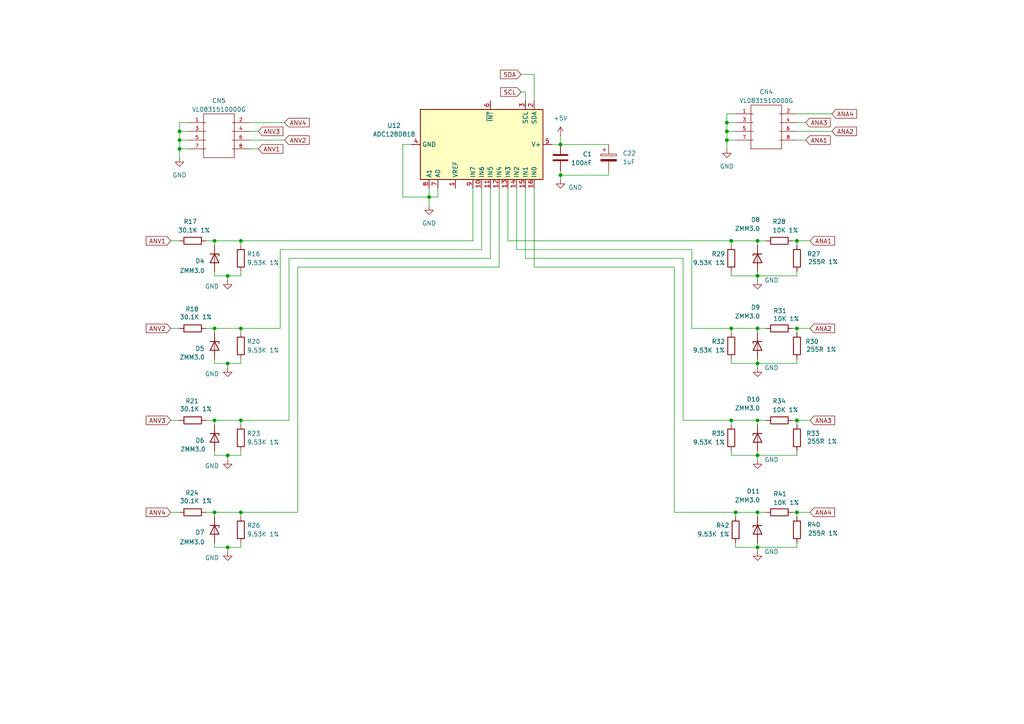
<source format=kicad_sch>
(kicad_sch (version 20231120) (generator "eeschema") (generator_version "8.0")
  (paper "A4")
  (lib_symbols
    (symbol "Analog_ADC:ADC128D818"
      (property "Reference" "U" (at -10.16 19.05 0))
      (property "Value" "ADC128D818" (at 1.27 19.05 0))
      (symbol "ADC128D818_0_1"
        (rectangle (start -10.16 17.78) (end 10.16 -17.78) (stroke (width 0.254)) (fill (type background)))
      )
      (symbol "ADC128D818_1_1"
        (pin input line (at -12.7 -7.62 0) (length 2.54) (name "VREF") (number "1"))
        (pin input line (at -12.7 0 0) (length 2.54) (name "IN6") (number "10"))
        (pin input line (at -12.7 2.54 0) (length 2.54) (name "IN5") (number "11"))
        (pin input line (at -12.7 5.08 0) (length 2.54) (name "IN4") (number "12"))
        (pin input line (at -12.7 7.62 0) (length 2.54) (name "IN3") (number "13"))
        (pin input line (at -12.7 10.16 0) (length 2.54) (name "IN2") (number "14"))
        (pin input line (at -12.7 12.7 0) (length 2.54) (name "IN1") (number "15"))
        (pin input line (at -12.7 15.24 0) (length 2.54) (name "IN0") (number "16"))
        (pin bidirectional line (at 12.7 15.24 180) (length 2.54) (name "SDA") (number "2"))
        (pin input line (at 12.7 12.7 180) (length 2.54) (name "SCL") (number "3"))
        (pin power_in line (at 0 -20.32 90) (length 2.54) (name "GND") (number "4"))
        (pin power_in line (at 0 20.32 270) (length 2.54) (name "V+") (number "5"))
        (pin output line (at 12.7 2.54 180) (length 2.54) (name "~{INT}") (number "6"))
        (pin input line (at -12.7 -12.7 0) (length 2.54) (name "A0") (number "7"))
        (pin input line (at -12.7 -15.24 0) (length 2.54) (name "A1") (number "8"))
        (pin input line (at -12.7 -2.54 0) (length 2.54) (name "IN7") (number "9"))
      )
    )
    (symbol "DMUtils:VL0831510000G"
      (property "Reference" "U" (at 0 0 0))
      (property "Value" "VL0831510000G" (at 0 -8.128 0))
      (symbol "VL0831510000G_0_1"
        (rectangle (start -4.445 6.35) (end 4.445 -6.35))
      )
      (symbol "VL0831510000G_1_0"
        (pin passive line (at -8.89 3.81 0) (length 5.08) (name "~") (number "1"))
      )
      (symbol "VL0831510000G_1_1"
        (pin passive line (at 8.89 3.81 180) (length 5.08) (name "~") (number "2"))
        (pin passive line (at -8.89 1.27 0) (length 5.08) (name "~") (number "3"))
        (pin passive line (at 8.89 1.27 180) (length 5.08) (name "~") (number "4"))
        (pin passive line (at -8.89 -1.27 0) (length 5.08) (name "~") (number "5"))
        (pin passive line (at 8.89 -1.27 180) (length 5.08) (name "~") (number "6"))
        (pin passive line (at -8.89 -3.81 0) (length 5.08) (name "~") (number "7"))
        (pin passive line (at 8.89 -3.81 180) (length 5.08) (name "~") (number "8"))
      )
    )
    (symbol "Device:C" (pin_numbers hide) (pin_names (offset 0.254))
      (property "Reference" "C" (at 0.635 2.54 0))
      (property "Value" "C" (at 0.635 -2.54 0))
      (symbol "C_0_1"
        (polyline (pts (xy -2.032 -0.762) (xy 2.032 -0.762)) (stroke (width 0.508)))
        (polyline (pts (xy -2.032 0.762) (xy 2.032 0.762)) (stroke (width 0.508)))
      )
      (symbol "C_1_1"
        (pin passive line (at 0 3.81 270) (length 2.794) (name "~") (number "1"))
        (pin passive line (at 0 -3.81 90) (length 2.794) (name "~") (number "2"))
      )
    )
    (symbol "Device:C_Polarized" (pin_numbers hide) (pin_names (offset 0.254))
      (property "Reference" "C" (at 0.635 2.54 0))
      (property "Value" "C_Polarized" (at 0.635 -2.54 0))
      (symbol "C_Polarized_0_1"
        (rectangle (start -2.286 0.508) (end 2.286 1.016))
        (polyline (pts (xy -1.778 2.286) (xy -0.762 2.286)))
        (polyline (pts (xy -1.27 2.794) (xy -1.27 1.778)))
        (rectangle (start 2.286 -0.508) (end -2.286 -1.016) (fill (type outline)))
      )
      (symbol "C_Polarized_1_1"
        (pin passive line (at 0 3.81 270) (length 2.794) (name "~") (number "1"))
        (pin passive line (at 0 -3.81 90) (length 2.794) (name "~") (number "2"))
      )
    )
    (symbol "Device:R" (pin_numbers hide) (pin_names (offset 0))
      (property "Reference" "R" (at 2.032 0 90))
      (property "Value" "R" (at 0 0 90))
      (symbol "R_0_1"
        (rectangle (start -1.016 -2.54) (end 1.016 2.54) (stroke (width 0.254)))
      )
      (symbol "R_1_1"
        (pin passive line (at 0 3.81 270) (length 1.27) (name "~") (number "1"))
        (pin passive line (at 0 -3.81 90) (length 1.27) (name "~") (number "2"))
      )
    )
    (symbol "Diode:ZMMxx" (pin_numbers hide) (pin_names hide)
      (property "Reference" "D" (at 0 2.54 0))
      (property "Value" "ZMMxx" (at 0 -2.54 0))
      (symbol "ZMMxx_0_1"
        (polyline (pts (xy 1.27 0) (xy -1.27 0)))
        (polyline (pts (xy -1.27 -1.27) (xy -1.27 1.27) (xy -0.762 1.27)) (stroke (width 0.254)))
        (polyline (pts (xy 1.27 -1.27) (xy 1.27 1.27) (xy -1.27 0) (xy 1.27 -1.27)) (stroke (width 0.254)))
      )
      (symbol "ZMMxx_1_1"
        (pin passive line (at -3.81 0 0) (length 2.54) (name "K") (number "1"))
        (pin passive line (at 3.81 0 180) (length 2.54) (name "A") (number "2"))
      )
    )
    (symbol "power:+5V" (power) (pin_numbers hide) (pin_names (offset 0) hide)
      (property "Value" "+5V" (at 0 3.556 0))
      (symbol "+5V_0_1"
        (polyline (pts (xy -0.762 1.27) (xy 0 2.54)))
        (polyline (pts (xy 0 0) (xy 0 2.54)))
        (polyline (pts (xy 0 2.54) (xy 0.762 1.27)))
      )
      (symbol "+5V_1_1"
        (pin power_in line (at 0 0 90) (length 0) (name "~") (number "1"))
      )
    )
    (symbol "power:GND" (power) (pin_numbers hide) (pin_names (offset 0) hide)
      (property "Value" "GND" (at 0 -3.81 0))
      (symbol "GND_0_1"
        (polyline (pts (xy 0 0) (xy 0 -1.27) (xy 1.27 -1.27) (xy 0 -2.54) (xy -1.27 -1.27) (xy 0 -1.27)))
      )
      (symbol "GND_1_1"
        (pin power_in line (at 0 0 270) (length 0) (name "~") (number "1"))
      )
    )
  )
  (junction (at 69.85 148.59))
  (junction (at 52.07 40.64))
  (junction (at 162.56 41.91))
  (junction (at 66.04 80.01))
  (junction (at 212.09 121.92))
  (junction (at 69.85 95.25))
  (junction (at 162.56 50.8))
  (junction (at 62.23 95.25))
  (junction (at 212.09 69.85))
  (junction (at 210.82 35.56))
  (junction (at 210.82 38.1))
  (junction (at 219.71 148.59))
  (junction (at 219.71 105.41))
  (junction (at 219.71 158.75))
  (junction (at 231.14 121.92))
  (junction (at 213.36 148.59))
  (junction (at 52.07 38.1))
  (junction (at 62.23 69.85))
  (junction (at 210.82 40.64))
  (junction (at 66.04 158.75))
  (junction (at 219.71 95.25))
  (junction (at 219.71 132.08))
  (junction (at 219.71 69.85))
  (junction (at 231.14 69.85))
  (junction (at 62.23 121.92))
  (junction (at 69.85 69.85))
  (junction (at 124.46 57.15))
  (junction (at 219.71 121.92))
  (junction (at 69.85 121.92))
  (junction (at 212.09 95.25))
  (junction (at 52.07 43.18))
  (junction (at 66.04 105.41))
  (junction (at 62.23 148.59))
  (junction (at 66.04 132.08))
  (junction (at 219.71 80.01))
  (junction (at 231.14 95.25))
  (junction (at 231.14 148.59))
  (wire (pts (xy 81.28 72.39) (xy 139.7 72.39)))
  (wire (pts (xy 69.85 105.41) (xy 69.85 104.14)))
  (wire (pts (xy 52.07 38.1) (xy 54.61 38.1)))
  (wire (pts (xy 219.71 158.75) (xy 219.71 160.02)))
  (wire (pts (xy 66.04 80.01) (xy 69.85 80.01)))
  (wire (pts (xy 152.4 74.93) (xy 198.12 74.93)))
  (wire (pts (xy 219.71 132.08) (xy 212.09 132.08)))
  (wire (pts (xy 124.46 57.15) (xy 124.46 59.69)))
  (wire (pts (xy 69.85 69.85) (xy 137.16 69.85)))
  (wire (pts (xy 52.07 40.64) (xy 54.61 40.64)))
  (wire (pts (xy 213.36 149.86) (xy 213.36 148.59)))
  (wire (pts (xy 62.23 95.25) (xy 69.85 95.25)))
  (wire (pts (xy 52.07 43.18) (xy 54.61 43.18)))
  (wire (pts (xy 210.82 35.56) (xy 210.82 38.1)))
  (wire (pts (xy 231.14 121.92) (xy 229.87 121.92)))
  (wire (pts (xy 210.82 38.1) (xy 210.82 40.64)))
  (wire (pts (xy 59.69 69.85) (xy 62.23 69.85)))
  (wire (pts (xy 66.04 133.35) (xy 66.04 132.08)))
  (wire (pts (xy 233.68 40.64) (xy 231.14 40.64)))
  (wire (pts (xy 127 54.61) (xy 127 57.15)))
  (wire (pts (xy 231.14 148.59) (xy 231.14 149.86)))
  (wire (pts (xy 49.53 148.59) (xy 52.07 148.59)))
  (wire (pts (xy 62.23 158.75) (xy 66.04 158.75)))
  (wire (pts (xy 213.36 148.59) (xy 219.71 148.59)))
  (wire (pts (xy 62.23 80.01) (xy 66.04 80.01)))
  (wire (pts (xy 176.53 50.8) (xy 176.53 49.53)))
  (wire (pts (xy 49.53 95.25) (xy 52.07 95.25)))
  (wire (pts (xy 62.23 148.59) (xy 62.23 149.86)))
  (wire (pts (xy 66.04 106.68) (xy 66.04 105.41)))
  (wire (pts (xy 195.58 148.59) (xy 195.58 77.47)))
  (wire (pts (xy 200.66 95.25) (xy 212.09 95.25)))
  (wire (pts (xy 124.46 57.15) (xy 116.84 57.15)))
  (wire (pts (xy 231.14 104.14) (xy 231.14 105.41)))
  (wire (pts (xy 162.56 39.37) (xy 162.56 41.91)))
  (wire (pts (xy 231.14 95.25) (xy 231.14 96.52)))
  (wire (pts (xy 219.71 105.41) (xy 212.09 105.41)))
  (wire (pts (xy 212.09 95.25) (xy 219.71 95.25)))
  (wire (pts (xy 151.13 26.67) (xy 152.4 26.67)))
  (wire (pts (xy 219.71 105.41) (xy 219.71 104.14)))
  (wire (pts (xy 66.04 105.41) (xy 69.85 105.41)))
  (wire (pts (xy 231.14 121.92) (xy 231.14 123.19)))
  (wire (pts (xy 212.09 123.19) (xy 212.09 121.92)))
  (wire (pts (xy 62.23 69.85) (xy 62.23 71.12)))
  (wire (pts (xy 212.09 105.41) (xy 212.09 104.14)))
  (wire (pts (xy 162.56 41.91) (xy 160.02 41.91)))
  (wire (pts (xy 62.23 130.81) (xy 62.23 132.08)))
  (wire (pts (xy 59.69 148.59) (xy 62.23 148.59)))
  (wire (pts (xy 52.07 40.64) (xy 52.07 43.18)))
  (wire (pts (xy 69.85 95.25) (xy 69.85 96.52)))
  (wire (pts (xy 154.94 21.59) (xy 154.94 29.21)))
  (wire (pts (xy 83.82 74.93) (xy 142.24 74.93)))
  (wire (pts (xy 231.14 157.48) (xy 231.14 158.75)))
  (wire (pts (xy 241.3 38.1) (xy 231.14 38.1)))
  (wire (pts (xy 212.09 121.92) (xy 219.71 121.92)))
  (wire (pts (xy 82.55 35.56) (xy 72.39 35.56)))
  (wire (pts (xy 162.56 50.8) (xy 176.53 50.8)))
  (wire (pts (xy 212.09 132.08) (xy 212.09 130.81)))
  (wire (pts (xy 62.23 121.92) (xy 62.23 123.19)))
  (wire (pts (xy 139.7 72.39) (xy 139.7 54.61)))
  (wire (pts (xy 231.14 132.08) (xy 219.71 132.08)))
  (wire (pts (xy 219.71 95.25) (xy 219.71 96.52)))
  (wire (pts (xy 152.4 26.67) (xy 152.4 29.21)))
  (wire (pts (xy 222.25 69.85) (xy 219.71 69.85)))
  (wire (pts (xy 213.36 158.75) (xy 213.36 157.48)))
  (wire (pts (xy 154.94 77.47) (xy 195.58 77.47)))
  (wire (pts (xy 231.14 95.25) (xy 229.87 95.25)))
  (wire (pts (xy 74.93 38.1) (xy 72.39 38.1)))
  (wire (pts (xy 69.85 95.25) (xy 81.28 95.25)))
  (wire (pts (xy 66.04 160.02) (xy 66.04 158.75)))
  (wire (pts (xy 219.71 80.01) (xy 212.09 80.01)))
  (wire (pts (xy 116.84 41.91) (xy 119.38 41.91)))
  (wire (pts (xy 231.14 69.85) (xy 229.87 69.85)))
  (wire (pts (xy 86.36 148.59) (xy 86.36 77.47)))
  (wire (pts (xy 144.78 77.47) (xy 144.78 54.61)))
  (wire (pts (xy 241.3 33.02) (xy 231.14 33.02)))
  (wire (pts (xy 149.86 72.39) (xy 200.66 72.39)))
  (wire (pts (xy 142.24 74.93) (xy 142.24 54.61)))
  (wire (pts (xy 162.56 52.07) (xy 162.56 50.8)))
  (wire (pts (xy 69.85 132.08) (xy 69.85 130.81)))
  (wire (pts (xy 69.85 80.01) (xy 69.85 78.74)))
  (wire (pts (xy 59.69 95.25) (xy 62.23 95.25)))
  (wire (pts (xy 219.71 158.75) (xy 213.36 158.75)))
  (wire (pts (xy 210.82 40.64) (xy 213.36 40.64)))
  (wire (pts (xy 149.86 72.39) (xy 149.86 54.61)))
  (wire (pts (xy 147.32 69.85) (xy 147.32 54.61)))
  (wire (pts (xy 219.71 132.08) (xy 219.71 133.35)))
  (wire (pts (xy 82.55 40.64) (xy 72.39 40.64)))
  (wire (pts (xy 62.23 121.92) (xy 69.85 121.92)))
  (wire (pts (xy 210.82 33.02) (xy 210.82 35.56)))
  (wire (pts (xy 152.4 74.93) (xy 152.4 54.61)))
  (wire (pts (xy 69.85 148.59) (xy 86.36 148.59)))
  (wire (pts (xy 234.95 69.85) (xy 231.14 69.85)))
  (wire (pts (xy 62.23 69.85) (xy 69.85 69.85)))
  (wire (pts (xy 62.23 104.14) (xy 62.23 105.41)))
  (wire (pts (xy 198.12 121.92) (xy 212.09 121.92)))
  (wire (pts (xy 137.16 69.85) (xy 137.16 54.61)))
  (wire (pts (xy 231.14 148.59) (xy 229.87 148.59)))
  (wire (pts (xy 49.53 121.92) (xy 52.07 121.92)))
  (wire (pts (xy 52.07 38.1) (xy 52.07 40.64)))
  (wire (pts (xy 52.07 35.56) (xy 52.07 38.1)))
  (wire (pts (xy 62.23 105.41) (xy 66.04 105.41)))
  (wire (pts (xy 212.09 69.85) (xy 219.71 69.85)))
  (wire (pts (xy 213.36 33.02) (xy 210.82 33.02)))
  (wire (pts (xy 66.04 81.28) (xy 66.04 80.01)))
  (wire (pts (xy 231.14 158.75) (xy 219.71 158.75)))
  (wire (pts (xy 62.23 132.08) (xy 66.04 132.08)))
  (wire (pts (xy 62.23 148.59) (xy 69.85 148.59)))
  (wire (pts (xy 162.56 41.91) (xy 176.53 41.91)))
  (wire (pts (xy 219.71 121.92) (xy 219.71 123.19)))
  (wire (pts (xy 69.85 121.92) (xy 69.85 123.19)))
  (wire (pts (xy 81.28 95.25) (xy 81.28 72.39)))
  (wire (pts (xy 195.58 148.59) (xy 213.36 148.59)))
  (wire (pts (xy 69.85 148.59) (xy 69.85 149.86)))
  (wire (pts (xy 66.04 132.08) (xy 69.85 132.08)))
  (wire (pts (xy 212.09 80.01) (xy 212.09 78.74)))
  (wire (pts (xy 219.71 105.41) (xy 219.71 106.68)))
  (wire (pts (xy 234.95 121.92) (xy 231.14 121.92)))
  (wire (pts (xy 219.71 148.59) (xy 219.71 149.86)))
  (wire (pts (xy 222.25 148.59) (xy 219.71 148.59)))
  (wire (pts (xy 116.84 57.15) (xy 116.84 41.91)))
  (wire (pts (xy 231.14 78.74) (xy 231.14 80.01)))
  (wire (pts (xy 234.95 95.25) (xy 231.14 95.25)))
  (wire (pts (xy 198.12 121.92) (xy 198.12 74.93)))
  (wire (pts (xy 219.71 132.08) (xy 219.71 130.81)))
  (wire (pts (xy 212.09 96.52) (xy 212.09 95.25)))
  (wire (pts (xy 222.25 121.92) (xy 219.71 121.92)))
  (wire (pts (xy 52.07 45.72) (xy 52.07 43.18)))
  (wire (pts (xy 62.23 78.74) (xy 62.23 80.01)))
  (wire (pts (xy 222.25 95.25) (xy 219.71 95.25)))
  (wire (pts (xy 54.61 35.56) (xy 52.07 35.56)))
  (wire (pts (xy 62.23 95.25) (xy 62.23 96.52)))
  (wire (pts (xy 233.68 35.56) (xy 231.14 35.56)))
  (wire (pts (xy 83.82 121.92) (xy 83.82 74.93)))
  (wire (pts (xy 219.71 80.01) (xy 219.71 81.28)))
  (wire (pts (xy 151.13 21.59) (xy 154.94 21.59)))
  (wire (pts (xy 219.71 158.75) (xy 219.71 157.48)))
  (wire (pts (xy 59.69 121.92) (xy 62.23 121.92)))
  (wire (pts (xy 231.14 69.85) (xy 231.14 71.12)))
  (wire (pts (xy 231.14 80.01) (xy 219.71 80.01)))
  (wire (pts (xy 69.85 121.92) (xy 83.82 121.92)))
  (wire (pts (xy 69.85 158.75) (xy 69.85 157.48)))
  (wire (pts (xy 154.94 77.47) (xy 154.94 54.61)))
  (wire (pts (xy 212.09 71.12) (xy 212.09 69.85)))
  (wire (pts (xy 162.56 50.8) (xy 162.56 49.53)))
  (wire (pts (xy 124.46 54.61) (xy 124.46 57.15)))
  (wire (pts (xy 234.95 148.59) (xy 231.14 148.59)))
  (wire (pts (xy 62.23 157.48) (xy 62.23 158.75)))
  (wire (pts (xy 231.14 130.81) (xy 231.14 132.08)))
  (wire (pts (xy 66.04 158.75) (xy 69.85 158.75)))
  (wire (pts (xy 210.82 38.1) (xy 213.36 38.1)))
  (wire (pts (xy 219.71 80.01) (xy 219.71 78.74)))
  (wire (pts (xy 49.53 69.85) (xy 52.07 69.85)))
  (wire (pts (xy 210.82 43.18) (xy 210.82 40.64)))
  (wire (pts (xy 231.14 105.41) (xy 219.71 105.41)))
  (wire (pts (xy 69.85 69.85) (xy 69.85 71.12)))
  (wire (pts (xy 86.36 77.47) (xy 144.78 77.47)))
  (wire (pts (xy 219.71 69.85) (xy 219.71 71.12)))
  (wire (pts (xy 74.93 43.18) (xy 72.39 43.18)))
  (wire (pts (xy 210.82 35.56) (xy 213.36 35.56)))
  (wire (pts (xy 127 57.15) (xy 124.46 57.15)))
  (wire (pts (xy 200.66 72.39) (xy 200.66 95.25)))
  (wire (pts (xy 147.32 69.85) (xy 212.09 69.85)))
  (global_label "SCL" (shape input) (at 151.13 26.67 180) (property "Intersheetrefs" "${INTERSHEET_REFS}" (effects (hide yes))))
  (global_label "ANA3" (shape input) (at 234.95 121.92 0) (property "Intersheetrefs" "${INTERSHEET_REFS}" (effects (hide yes))))
  (global_label "ANV2" (shape input) (at 82.55 40.64 0) (property "Intersheetrefs" "${INTERSHEET_REFS}" (effects (hide yes))))
  (global_label "ANA4" (shape input) (at 241.3 33.02 0) (property "Intersheetrefs" "${INTERSHEET_REFS}" (effects (hide yes))))
  (global_label "ANA1" (shape input) (at 233.68 40.64 0) (property "Intersheetrefs" "${INTERSHEET_REFS}" (effects (hide yes))))
  (global_label "ANA3" (shape input) (at 233.68 35.56 0) (property "Intersheetrefs" "${INTERSHEET_REFS}" (effects (hide yes))))
  (global_label "ANA4" (shape input) (at 234.95 148.59 0) (property "Intersheetrefs" "${INTERSHEET_REFS}" (effects (hide yes))))
  (global_label "ANV1" (shape input) (at 74.93 43.18 0) (property "Intersheetrefs" "${INTERSHEET_REFS}" (effects (hide yes))))
  (global_label "ANA1" (shape input) (at 234.95 69.85 0) (property "Intersheetrefs" "${INTERSHEET_REFS}" (effects (hide yes))))
  (global_label "ANA2" (shape input) (at 241.3 38.1 0) (property "Intersheetrefs" "${INTERSHEET_REFS}" (effects (hide yes))))
  (global_label "ANV4" (shape input) (at 49.53 148.59 180) (property "Intersheetrefs" "${INTERSHEET_REFS}" (effects (hide yes))))
  (global_label "ANV3" (shape input) (at 49.53 121.92 180) (property "Intersheetrefs" "${INTERSHEET_REFS}" (effects (hide yes))))
  (global_label "ANV4" (shape input) (at 82.55 35.56 0) (property "Intersheetrefs" "${INTERSHEET_REFS}" (effects (hide yes))))
  (global_label "ANV1" (shape input) (at 49.53 69.85 180) (property "Intersheetrefs" "${INTERSHEET_REFS}" (effects (hide yes))))
  (global_label "SDA" (shape input) (at 151.13 21.59 180) (property "Intersheetrefs" "${INTERSHEET_REFS}" (effects (hide yes))))
  (global_label "ANA2" (shape input) (at 234.95 95.25 0) (property "Intersheetrefs" "${INTERSHEET_REFS}" (effects (hide yes))))
  (global_label "ANV2" (shape input) (at 49.53 95.25 180) (property "Intersheetrefs" "${INTERSHEET_REFS}" (effects (hide yes))))
  (global_label "ANV3" (shape input) (at 74.93 38.1 0) (property "Intersheetrefs" "${INTERSHEET_REFS}" (effects (hide yes))))
  (symbol (lib_id "power:GND") (at 66.04 81.28 0) (unit 1)
    (property "Reference" "#PWR047" (effects (hide yes)))
    (property "Value" "GND" (at 61.468 83.058 0))
    (property "Description" "Power symbol creates a global label with name \"GND\" , ground" (effects (hide yes)))
  )
  (symbol (lib_id "Device:R") (at 231.14 74.93 0) (mirror y) (unit 1)
    (property "Reference" "R27" (at 237.998 73.66 0) (effects (justify left)))
    (property "Value" "255R 1%" (at 243.078 75.946 0) (effects (justify left)))
    (property "Footprint" "Resistor_SMD:R_0805_2012Metric" (effects (hide yes)))
    (property "Description" "Resistor" (effects (hide yes)))
  )
  (symbol (lib_id "Diode:ZMMxx") (at 62.23 127 270) (unit 1)
    (property "Reference" "D6" (at 56.642 127.762 90) (effects (justify left)))
    (property "Value" "ZMM3.0" (at 52.324 130.302 90) (effects (justify left)))
    (property "Footprint" "Diode_SMD:D_MiniMELF" (effects (hide yes)))
    (property "Datasheet" "https://diotec.com/tl_files/diotec/files/pdf/datasheets/zmm1.pdf" (effects (hide yes)))
    (property "Description" "500mW Zener Diode, MiniMELF" (effects (hide yes)))
  )
  (symbol (lib_id "power:GND") (at 162.56 52.07 0) (mirror y) (unit 1)
    (property "Reference" "#PWR010" (effects (hide yes)))
    (property "Value" "GND" (at 166.878 54.356 0))
    (property "Description" "Power symbol creates a global label with name \"GND\" , ground" (effects (hide yes)))
  )
  (symbol (lib_id "Device:R") (at 212.09 74.93 0) (mirror y) (unit 1)
    (property "Reference" "R29" (at 210.312 73.66 0) (effects (justify left)))
    (property "Value" "9.53K 1%" (at 210.312 76.2 0) (effects (justify left)))
    (property "Footprint" "Resistor_SMD:R_0805_2012Metric" (effects (hide yes)))
    (property "Description" "Resistor" (effects (hide yes)))
  )
  (symbol (lib_id "Device:R") (at 69.85 100.33 0) (unit 1)
    (property "Reference" "R20" (at 71.628 99.06 0) (effects (justify left)))
    (property "Value" "9.53K 1%" (at 71.628 101.6 0) (effects (justify left)))
    (property "Footprint" "Resistor_SMD:R_0805_2012Metric" (effects (hide yes)))
    (property "Description" "Resistor" (effects (hide yes)))
  )
  (symbol (lib_id "Device:R") (at 212.09 100.33 0) (mirror y) (unit 1)
    (property "Reference" "R32" (at 210.312 99.06 0) (effects (justify left)))
    (property "Value" "9.53K 1%" (at 210.312 101.6 0) (effects (justify left)))
    (property "Footprint" "Resistor_SMD:R_0805_2012Metric" (effects (hide yes)))
    (property "Description" "Resistor" (effects (hide yes)))
  )
  (symbol (lib_id "Device:C_Polarized") (at 176.53 45.72 0) (unit 1)
    (property "Reference" "C22" (at 180.594 44.45 0) (effects (justify left)))
    (property "Value" "1uF" (at 180.594 46.99 0) (effects (justify left)))
    (property "Footprint" "Capacitor_Tantalum_SMD:CP_EIA-3216-10_Kemet-I_Pad1.58x1.35mm_HandSolder" (effects (hide yes)))
    (property "Description" "Polarized capacitor" (effects (hide yes)))
  )
  (symbol (lib_id "Device:R") (at 55.88 69.85 90) (unit 1)
    (property "Reference" "R17" (at 57.15 64.262 90) (effects (justify left)))
    (property "Value" "30.1K 1%" (at 60.96 66.802 90) (effects (justify left)))
    (property "Footprint" "Resistor_SMD:R_0805_2012Metric" (effects (hide yes)))
    (property "Description" "Resistor" (effects (hide yes)))
  )
  (symbol (lib_id "power:GND") (at 219.71 160.02 0) (mirror y) (unit 1)
    (property "Reference" "#PWR058" (effects (hide yes)))
    (property "Value" "GND" (at 223.774 160.02 0))
    (property "Description" "Power symbol creates a global label with name \"GND\" , ground" (effects (hide yes)))
  )
  (symbol (lib_id "power:GND") (at 66.04 160.02 0) (unit 1)
    (property "Reference" "#PWR051" (effects (hide yes)))
    (property "Value" "GND" (at 61.468 161.798 0))
    (property "Description" "Power symbol creates a global label with name \"GND\" , ground" (effects (hide yes)))
  )
  (symbol (lib_id "Diode:ZMMxx") (at 219.71 127 90) (mirror x) (unit 1)
    (property "Reference" "D10" (at 220.472 115.824 90) (effects (justify left)))
    (property "Value" "ZMM3.0" (at 220.472 118.364 90) (effects (justify left)))
    (property "Footprint" "Diode_SMD:D_MiniMELF" (effects (hide yes)))
    (property "Datasheet" "https://diotec.com/tl_files/diotec/files/pdf/datasheets/zmm1.pdf" (effects (hide yes)))
    (property "Description" "500mW Zener Diode, MiniMELF" (effects (hide yes)))
  )
  (symbol (lib_id "Diode:ZMMxx") (at 219.71 153.67 90) (mirror x) (unit 1)
    (property "Reference" "D11" (at 220.472 142.494 90) (effects (justify left)))
    (property "Value" "ZMM3.0" (at 220.472 145.034 90) (effects (justify left)))
    (property "Footprint" "Diode_SMD:D_MiniMELF" (effects (hide yes)))
    (property "Datasheet" "https://diotec.com/tl_files/diotec/files/pdf/datasheets/zmm1.pdf" (effects (hide yes)))
    (property "Description" "500mW Zener Diode, MiniMELF" (effects (hide yes)))
  )
  (symbol (lib_id "Device:R") (at 55.88 95.25 90) (unit 1)
    (property "Reference" "R18" (at 57.658 89.662 90) (effects (justify left)))
    (property "Value" "30.1K 1%" (at 61.468 91.948 90) (effects (justify left)))
    (property "Footprint" "Resistor_SMD:R_0805_2012Metric" (effects (hide yes)))
    (property "Description" "Resistor" (effects (hide yes)))
  )
  (symbol (lib_id "power:GND") (at 52.07 45.72 0) (unit 1)
    (property "Reference" "#PWR048" (effects (hide yes)))
    (property "Value" "GND" (at 52.07 50.8 0))
    (property "Description" "Power symbol creates a global label with name \"GND\" , ground" (effects (hide yes)))
  )
  (symbol (lib_id "Diode:ZMMxx") (at 62.23 74.93 270) (unit 1)
    (property "Reference" "D4" (at 56.642 75.692 90) (effects (justify left)))
    (property "Value" "ZMM3.0" (at 52.07 78.486 90) (effects (justify left)))
    (property "Footprint" "Diode_SMD:D_MiniMELF" (effects (hide yes)))
    (property "Datasheet" "https://diotec.com/tl_files/diotec/files/pdf/datasheets/zmm1.pdf" (effects (hide yes)))
    (property "Description" "500mW Zener Diode, MiniMELF" (effects (hide yes)))
  )
  (symbol (lib_id "power:GND") (at 219.71 106.68 0) (mirror y) (unit 1)
    (property "Reference" "#PWR055" (effects (hide yes)))
    (property "Value" "GND" (at 223.774 106.68 0))
    (property "Description" "Power symbol creates a global label with name \"GND\" , ground" (effects (hide yes)))
  )
  (symbol (lib_id "Device:R") (at 212.09 127 0) (mirror y) (unit 1)
    (property "Reference" "R35" (at 210.312 125.73 0) (effects (justify left)))
    (property "Value" "9.53K 1%" (at 210.312 128.27 0) (effects (justify left)))
    (property "Footprint" "Resistor_SMD:R_0805_2012Metric" (effects (hide yes)))
    (property "Description" "Resistor" (effects (hide yes)))
  )
  (symbol (lib_id "Device:R") (at 231.14 127 0) (mirror y) (unit 1)
    (property "Reference" "R33" (at 237.744 125.73 0) (effects (justify left)))
    (property "Value" "255R 1%" (at 242.824 128.016 0) (effects (justify left)))
    (property "Footprint" "Resistor_SMD:R_0805_2012Metric" (effects (hide yes)))
    (property "Description" "Resistor" (effects (hide yes)))
  )
  (symbol (lib_id "Device:C") (at 162.56 45.72 0) (mirror y) (unit 1)
    (property "Reference" "C1" (at 171.704 44.704 0) (effects (justify left)))
    (property "Value" "100nF" (at 171.704 47.244 0) (effects (justify left)))
    (property "Footprint" "Capacitor_SMD:C_0805_2012Metric" (effects (hide yes)))
    (property "Description" "Unpolarized capacitor" (effects (hide yes)))
  )
  (symbol (lib_id "Device:R") (at 213.36 153.67 0) (mirror y) (unit 1)
    (property "Reference" "R42" (at 211.582 152.4 0) (effects (justify left)))
    (property "Value" "9.53K 1%" (at 211.582 154.94 0) (effects (justify left)))
    (property "Footprint" "Resistor_SMD:R_0805_2012Metric" (effects (hide yes)))
    (property "Description" "Resistor" (effects (hide yes)))
  )
  (symbol (lib_id "power:GND") (at 210.82 43.18 0) (unit 1)
    (property "Reference" "#PWR052" (effects (hide yes)))
    (property "Value" "GND" (at 210.82 48.26 0))
    (property "Description" "Power symbol creates a global label with name \"GND\" , ground" (effects (hide yes)))
  )
  (symbol (lib_id "Device:R") (at 55.88 148.59 90) (unit 1)
    (property "Reference" "R24" (at 57.658 143.002 90) (effects (justify left)))
    (property "Value" "30.1K 1%" (at 61.468 145.288 90) (effects (justify left)))
    (property "Footprint" "Resistor_SMD:R_0805_2012Metric" (effects (hide yes)))
    (property "Description" "Resistor" (effects (hide yes)))
  )
  (symbol (lib_id "Device:R") (at 226.06 95.25 270) (mirror x) (unit 1)
    (property "Reference" "R31" (at 224.282 90.17 90) (effects (justify left)))
    (property "Value" "10K 1%" (at 224.282 92.456 90) (effects (justify left)))
    (property "Footprint" "Resistor_SMD:R_0805_2012Metric" (effects (hide yes)))
    (property "Description" "Resistor" (effects (hide yes)))
  )
  (symbol (lib_id "Diode:ZMMxx") (at 62.23 100.33 270) (unit 1)
    (property "Reference" "D5" (at 56.642 101.092 90) (effects (justify left)))
    (property "Value" "ZMM3.0" (at 52.07 103.632 90) (effects (justify left)))
    (property "Footprint" "Diode_SMD:D_MiniMELF" (effects (hide yes)))
    (property "Datasheet" "https://diotec.com/tl_files/diotec/files/pdf/datasheets/zmm1.pdf" (effects (hide yes)))
    (property "Description" "500mW Zener Diode, MiniMELF" (effects (hide yes)))
  )
  (symbol (lib_id "Device:R") (at 231.14 100.33 0) (mirror y) (unit 1)
    (property "Reference" "R30" (at 237.49 99.06 0) (effects (justify left)))
    (property "Value" "255R 1%" (at 242.57 101.346 0) (effects (justify left)))
    (property "Footprint" "Resistor_SMD:R_0805_2012Metric" (effects (hide yes)))
    (property "Description" "Resistor" (effects (hide yes)))
  )
  (symbol (lib_id "DMUtils:VL0831510000G") (at 222.25 36.83 0) (unit 1)
    (property "Reference" "CN4" (at 222.25 26.67 0))
    (property "Value" "VL0831510000G" (at 222.25 29.21 0))
    (property "Footprint" "DMUtils:VL0831510000G" (effects (hide yes)))
  )
  (symbol (lib_id "power:GND") (at 219.71 81.28 0) (mirror y) (unit 1)
    (property "Reference" "#PWR054" (effects (hide yes)))
    (property "Value" "GND" (at 223.774 81.28 0))
    (property "Description" "Power symbol creates a global label with name \"GND\" , ground" (effects (hide yes)))
  )
  (symbol (lib_id "Device:R") (at 69.85 127 0) (unit 1)
    (property "Reference" "R23" (at 71.628 125.73 0) (effects (justify left)))
    (property "Value" "9.53K 1%" (at 71.628 128.27 0) (effects (justify left)))
    (property "Footprint" "Resistor_SMD:R_0805_2012Metric" (effects (hide yes)))
    (property "Description" "Resistor" (effects (hide yes)))
  )
  (symbol (lib_id "power:GND") (at 124.46 59.69 0) (mirror y) (unit 1)
    (property "Reference" "#PWR059" (effects (hide yes)))
    (property "Value" "GND" (at 124.46 64.77 0))
    (property "Description" "Power symbol creates a global label with name \"GND\" , ground" (effects (hide yes)))
  )
  (symbol (lib_id "Device:R") (at 69.85 74.93 0) (unit 1)
    (property "Reference" "R16" (at 71.628 73.66 0) (effects (justify left)))
    (property "Value" "9.53K 1%" (at 71.628 76.2 0) (effects (justify left)))
    (property "Footprint" "Resistor_SMD:R_0805_2012Metric" (effects (hide yes)))
    (property "Description" "Resistor" (effects (hide yes)))
  )
  (symbol (lib_id "Diode:ZMMxx") (at 219.71 100.33 90) (mirror x) (unit 1)
    (property "Reference" "D9" (at 220.472 89.154 90) (effects (justify left)))
    (property "Value" "ZMM3.0" (at 220.472 91.694 90) (effects (justify left)))
    (property "Footprint" "Diode_SMD:D_MiniMELF" (effects (hide yes)))
    (property "Datasheet" "https://diotec.com/tl_files/diotec/files/pdf/datasheets/zmm1.pdf" (effects (hide yes)))
    (property "Description" "500mW Zener Diode, MiniMELF" (effects (hide yes)))
  )
  (symbol (lib_id "Device:R") (at 226.06 121.92 270) (mirror x) (unit 1)
    (property "Reference" "R34" (at 224.028 116.332 90) (effects (justify left)))
    (property "Value" "10K 1%" (at 224.028 118.872 90) (effects (justify left)))
    (property "Footprint" "Resistor_SMD:R_0805_2012Metric" (effects (hide yes)))
    (property "Description" "Resistor" (effects (hide yes)))
  )
  (symbol (lib_id "Device:R") (at 231.14 153.67 0) (mirror y) (unit 1)
    (property "Reference" "R40" (at 237.998 152.146 0) (effects (justify left)))
    (property "Value" "255R 1%" (at 243.078 154.686 0) (effects (justify left)))
    (property "Footprint" "Resistor_SMD:R_0805_2012Metric" (effects (hide yes)))
    (property "Description" "Resistor" (effects (hide yes)))
  )
  (symbol (lib_id "power:+5V") (at 162.56 39.37 0) (mirror y) (unit 1)
    (property "Reference" "#PWR071" (effects (hide yes)))
    (property "Value" "+5V" (at 162.56 34.29 0))
    (property "Description" "Power symbol creates a global label with name \"+5V\"" (effects (hide yes)))
  )
  (symbol (lib_id "power:GND") (at 66.04 133.35 0) (unit 1)
    (property "Reference" "#PWR050" (effects (hide yes)))
    (property "Value" "GND" (at 61.468 135.128 0))
    (property "Description" "Power symbol creates a global label with name \"GND\" , ground" (effects (hide yes)))
  )
  (symbol (lib_id "DMUtils:VL0831510000G") (at 63.5 39.37 0) (unit 1)
    (property "Reference" "CN5" (at 63.5 29.21 0))
    (property "Value" "VL0831510000G" (at 63.5 31.75 0))
    (property "Footprint" "DMUtils:VL0831510000G" (effects (hide yes)))
  )
  (symbol (lib_id "Analog_ADC:ADC128D818") (at 139.7 41.91 270) (mirror x) (unit 1)
    (property "Reference" "U12" (at 114.3 36.4138 90))
    (property "Value" "ADC128D818" (at 114.3 38.9538 90))
    (property "Footprint" "Package_SO:TSSOP-16_4.4x5mm_P0.65mm" (effects (hide yes)))
    (property "Datasheet" "http://www.ti.com/lit/ds/symlink/adc128d818.pdf" (effects (hide yes)))
    (property "Description" "12-Bit, 8-Channel, ADC System Monitor With Temperature Sensor, I2C Interface, TSSOP-16" (effects (hide yes)))
  )
  (symbol (lib_id "Device:R") (at 226.06 148.59 270) (mirror x) (unit 1)
    (property "Reference" "R41" (at 224.282 143.256 90) (effects (justify left)))
    (property "Value" "10K 1%" (at 224.282 145.796 90) (effects (justify left)))
    (property "Footprint" "Resistor_SMD:R_0805_2012Metric" (effects (hide yes)))
    (property "Description" "Resistor" (effects (hide yes)))
  )
  (symbol (lib_id "power:GND") (at 219.71 133.35 0) (mirror y) (unit 1)
    (property "Reference" "#PWR056" (effects (hide yes)))
    (property "Value" "GND" (at 223.774 133.35 0))
    (property "Description" "Power symbol creates a global label with name \"GND\" , ground" (effects (hide yes)))
  )
  (symbol (lib_id "Diode:ZMMxx") (at 219.71 74.93 90) (mirror x) (unit 1)
    (property "Reference" "D8" (at 220.472 63.754 90) (effects (justify left)))
    (property "Value" "ZMM3.0" (at 220.472 66.294 90) (effects (justify left)))
    (property "Footprint" "Diode_SMD:D_MiniMELF" (effects (hide yes)))
    (property "Datasheet" "https://diotec.com/tl_files/diotec/files/pdf/datasheets/zmm1.pdf" (effects (hide yes)))
    (property "Description" "500mW Zener Diode, MiniMELF" (effects (hide yes)))
  )
  (symbol (lib_id "power:GND") (at 66.04 106.68 0) (unit 1)
    (property "Reference" "#PWR049" (effects (hide yes)))
    (property "Value" "GND" (at 61.468 108.458 0))
    (property "Description" "Power symbol creates a global label with name \"GND\" , ground" (effects (hide yes)))
  )
  (symbol (lib_id "Device:R") (at 55.88 121.92 90) (unit 1)
    (property "Reference" "R21" (at 57.658 116.332 90) (effects (justify left)))
    (property "Value" "30.1K 1%" (at 61.468 118.618 90) (effects (justify left)))
    (property "Footprint" "Resistor_SMD:R_0805_2012Metric" (effects (hide yes)))
    (property "Description" "Resistor" (effects (hide yes)))
  )
  (symbol (lib_id "Device:R") (at 226.06 69.85 270) (mirror x) (unit 1)
    (property "Reference" "R28" (at 224.028 64.262 90) (effects (justify left)))
    (property "Value" "10K 1%" (at 224.028 66.802 90) (effects (justify left)))
    (property "Footprint" "Resistor_SMD:R_0805_2012Metric" (effects (hide yes)))
    (property "Description" "Resistor" (effects (hide yes)))
  )
  (symbol (lib_id "Device:R") (at 69.85 153.67 0) (unit 1)
    (property "Reference" "R26" (at 71.628 152.4 0) (effects (justify left)))
    (property "Value" "9.53K 1%" (at 71.628 154.94 0) (effects (justify left)))
    (property "Footprint" "Resistor_SMD:R_0805_2012Metric" (effects (hide yes)))
    (property "Description" "Resistor" (effects (hide yes)))
  )
  (symbol (lib_id "Diode:ZMMxx") (at 62.23 153.67 270) (unit 1)
    (property "Reference" "D7" (at 56.642 154.432 90) (effects (justify left)))
    (property "Value" "ZMM3.0" (at 52.07 157.226 90) (effects (justify left)))
    (property "Footprint" "Diode_SMD:D_MiniMELF" (effects (hide yes)))
    (property "Datasheet" "https://diotec.com/tl_files/diotec/files/pdf/datasheets/zmm1.pdf" (effects (hide yes)))
    (property "Description" "500mW Zener Diode, MiniMELF" (effects (hide yes)))
  )
)
</source>
